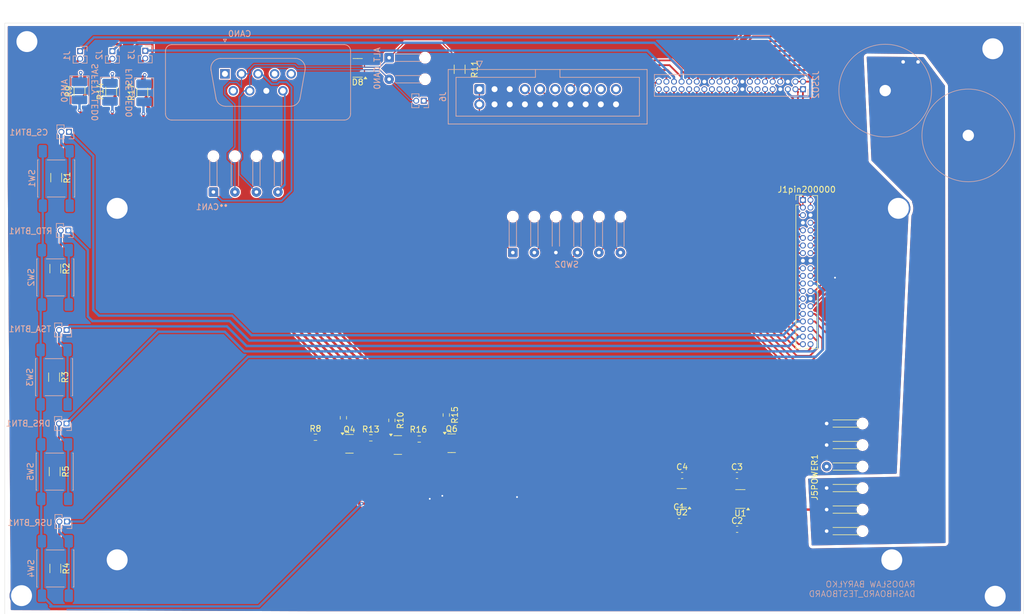
<source format=kicad_pcb>
(kicad_pcb (version 20241229) (generator "pcbnew") (generator_version "9.0")
  (layers (0 "F.Cu" signal) (2 "B.Cu" signal) (13 "F.Paste" user) (15 "B.Paste" user) (5 "F.SilkS" user "F.Silkscreen") (7 "B.SilkS" user "B.Silkscreen") (1 "F.Mask" user) (3 "B.Mask" user) (25 "Edge.Cuts" user))
  (net 0 "")
  (net 1 "/CAN/CAN_N")
  (net 2 "/CAN/CAN_P")
  (net 3 "/LED_1")
  (net 4 "/SOCKETS_2X20/PA5")
  (net 5 "GND")
  (net 6 "+3.3V")
  (net 7 "+5V")
  (net 8 "/CAN/CAN_GND")
  (net 9 "/CAN/CAN_VDD")
  (net 10 "/SOCKETS_2X20/PB0")
  (net 11 "/BUTTON_1")
  (net 12 "/BUTTON_5")
  (net 13 "/SOCKETS_2X20/PA3")
  (net 14 "/SOCKETS_2X20/PH4")
  (net 15 "/LED_2")
  (net 16 "/SOCKETS_2X20/PB7")
  (net 17 "/SOCKETS_2X20/PA11")
  (net 18 "/SOCKETS_2X20/PB6")
  (net 19 "/SOCKETS_2X20/PA8")
  (net 20 "/SOCKETS_2X20/PG3")
  (net 21 "/SOCKETS_2X20/PA4")
  (net 22 "/SOCKETS_2X20/PC7")
  (net 23 "/SOCKETS_2X20/PG9")
  (net 24 "/SOCKETS_2X20/PA15")
  (net 25 "/SOCKETS_2X20/PH5")
  (net 26 "/SOCKETS_2X20/PG2")
  (net 27 "/SOCKETS_2X20/P15")
  (net 28 "/SOCKETS_2X20/PA6")
  (net 29 "/SOCKETS_2X20/PA10")
  (net 30 "/SOCKETS_2X20/PA7")
  (net 31 "/SOCKETS_2X20/PA12")
  (net 32 "/SOCKETS_2X20/PB15")
  (net 33 "/SOCKETS_2X20/P10")
  (net 34 "/SOCKETS_2X20/PE40")
  (net 35 "/SOCKETS_2X20/PG4")
  (net 36 "/SOCKETS_2X20/<NO NET>")
  (net 37 "/SOCKETS_2X20/PB10")
  (net 38 "/SOCKETS_2X20/PG10")
  (net 39 "/SOCKETS_2X20/PH11")
  (net 40 "/SOCKETS_2X20/PB2")
  (net 41 "/SOCKETS_2X20/VCC")
  (net 42 "/SOCKETS_2X20/PB1")
  (net 43 "/SOCKETS_2X20/P14")
  (net 44 "/SOCKETS_2X20/PB5")
  (net 45 "/POWER/POWER1")
  (net 47 "Net-(U1-BP)")
  (net 48 "Net-(U2-BP)")
  (net 49 "/BUTTON_2")
  (net 50 "/BUTTON_3")
  (net 51 "/BUTTON_4")
  (net 52 "/LED_3")
  (net 53 "Net-(Q4-G)")
  (net 54 "Net-(Q5-G)")
  (net 55 "Net-(Q6-G)")
  (net 56 "/SWD/SWD_SW_DIO")
  (net 57 "/SWD/SWD_SWO")
  (net 58 "/SWD/SWD_VCC_+3.3V")
  (net 59 "/SWD/SWD_RST")
  (net 60 "Net-(TERM_1-Pin_1)")
  (net 65 "Net-(AMS0-A)")
  (net 66 "Net-(AMS0-K)")
  (net 67 "Net-(FUSE_LED0-A)")
  (net 68 "Net-(FUSE_LED0-K)")
  (net 69 "Net-(Q5-D)")
  (net 70 "Net-(SAFETY_LED0-A)")
  (net 71 "/SWD/SWD_SW_CLK")
  (footprint "Resistor_SMD:R_0603_1608Metric" (layer "F.Cu") (at 159.4375 95.6)
    (property "Reference" "R16")
    (property "Value" "10k")
  )
  (footprint "Package_TO_SOT_SMD:SOT-23-3" (layer "F.Cu") (at 149.1375 33.5 180)
    (property "Reference" "D8")
    (property "Value" "PESD2CAN.215")
  )
  (footprint "Resistor_SMD:R_1206_3216Metric" (layer "F.Cu") (at 102.6 37.4375 90)
    (property "Reference" "R9")
    (property "Value" "150")
  )
  (footprint "Package_TO_SOT_SMD:SOT-23" (layer "F.Cu") (at 147.7625 96.4)
    (property "Reference" "Q4")
    (property "Value" "BSS138")
  )
  (footprint "Resistor_SMD:R_1206_3216Metric" (layer "F.Cu") (at 98.55 67.0875 -90)
    (property "Reference" "R2")
    (property "Value" "1K")
  )
  (footprint "Resistor_SMD:R_1206_3216Metric" (layer "F.Cu") (at 166.2 33.7375 -90)
    (property "Reference" "R11")
    (property "Value" "120")
  )
  (footprint "Resistor_SMD:R_1206_3216Metric" (layer "F.Cu") (at 98.35 85.25 -90)
    (property "Reference" "R3")
    (property "Value" "1K")
  )
  (footprint "Resistor_SMD:R_1206_3216Metric" (layer "F.Cu") (at 98.7 51.8625 -90)
    (property "Reference" "R1")
    (property "Value" "1K")
  )
  (footprint "Connector_Wire:SolderWire-0.1sqmm_1x06_P3.6mm_D0.4mm_OD1mm_Relief" (layer "F.Cu") (at 227.6 111 90)
    (property "Reference" "J5POWER1")
    (property "Value" "Conn_01x06_MountingPin")
  )
  (footprint "Capacitor_SMD:C_0603_1608Metric" (layer "F.Cu") (at 203.425 101.7)
    (property "Reference" "C4")
    (property "Value" "10n")
  )
  (footprint "Package_TO_SOT_SMD:SOT-23-5" (layer "F.Cu") (at 203.3625 105.45 180)
    (property "Reference" "U2")
    (property "Value" "SPX3819M5-L-3-3")
  )
  (footprint "Capacitor_SMD:C_0603_1608Metric" (layer "F.Cu") (at 202.925 108.4)
    (property "Reference" "C1")
    (property "Value" "2u")
  )
  (footprint "Resistor_SMD:R_0603_1608Metric" (layer "F.Cu") (at 146.75 92.04 -90)
    (property "Reference" "R7" (hide yes))
    (property "Value" "100R")
  )
  (footprint "Package_TO_SOT_SMD:SOT-23" (layer "F.Cu") (at 164.8625 96.3)
    (property "Reference" "Q6")
    (property "Value" "BSS138")
  )
  (footprint "Resistor_SMD:R_1206_3216Metric" (layer "F.Cu") (at 113.1 37.58125 90)
    (property "Reference" "R17")
    (property "Value" "150")
  )
  (footprint "Connector_PinHeader_1.27mm:PinHeader_2x20_P1.27mm_Vertical" (layer "F.Cu") (at 223.63 55.6)
    (property "Reference" "J1pin200000")
    (property "Value" "Conn_02x20_Top_Bottom_MountingPin")
  )
  (footprint "Package_TO_SOT_SMD:SOT-23" (layer "F.Cu") (at 155.8625 96.6)
    (property "Reference" "Q5" (hide yes))
    (property "Value" "BSS138")
  )
  (footprint "Resistor_SMD:R_0603_1608Metric" (layer "F.Cu") (at 151.3375 95.4)
    (property "Reference" "R13")
    (property "Value" "10k")
  )
  (footprint "Capacitor_SMD:C_0603_1608Metric" (layer "F.Cu") (at 212.625 110.7)
    (property "Reference" "C2")
    (property "Value" "2u")
  )
  (footprint "Resistor_SMD:R_0603_1608Metric" (layer "F.Cu") (at 142.075 95.3)
    (property "Reference" "R8")
    (property "Value" "10k")
  )
  (footprint "Resistor_SMD:R_1206_3216Metric" (layer "F.Cu") (at 98.45 101.0375 -90)
    (property "Reference" "R5")
    (property "Value" "1K")
  )
  (footprint "Resistor_SMD:R_1206_3216Metric" (layer "F.Cu") (at 107.9 37.4375 90)
    (property "Reference" "R14")
    (property "Value" "150")
  )
  (footprint "Resistor_SMD:R_0603_1608Metric" (layer "F.Cu") (at 154.8625 92.475 -90)
    (property "Reference" "R10")
    (property "Value" "100R")
  )
  (footprint "Resistor_SMD:R_1206_3216Metric" (layer "F.Cu") (at 98.55 117.25 -90)
    (property "Reference" "R4")
    (property "Value" "1K")
  )
  (footprint "Package_TO_SOT_SMD:SOT-23-5" (layer "F.Cu") (at 213.1625 105.625 180)
    (property "Reference" "U1")
    (property "Value" "SPX3819M5-L-5-0")
  )
  (footprint "Resistor_SMD:R_0603_1608Metric" (layer "F.Cu") (at 163.9625 91.575 -90)
    (property "Reference" "R15")
    (property "Value" "100R")
  )
  (footprint "Capacitor_SMD:C_0603_1608Metric" (layer "F.Cu") (at 212.6 101.7)
    (property "Reference" "C3")
    (property "Value" "10n")
  )
  (footprint "Button_Switch_SMD:SW_Push_1P1T_NO_E-Switch_TL3301NxxxxxG" (layer "B.Cu") (at 98.55 68.55 -90)
    (property "Reference" "SW2")
    (property "Value" "SW_Push")
  )
  (footprint "Connector_PinHeader_1.27mm:PinHeader_1x02_P1.27mm_Vertical" (layer "B.Cu") (at 108.1 30.7 180)
    (property "Reference" "J2")
    (property "Value" "Conn_01x02_Pin")
  )
  (footprint "LED_SMD:LED_PLCC-2_3.4x3.0mm_AK" (layer "B.Cu") (at 102.6 37.3375 -90)
    (property "Reference" "AMS0")
    (property "Value" "Yellow")
  )
  (footprint "Connector_PinHeader_1.27mm:PinHeader_1x02_P1.27mm_Vertical" (layer "B.Cu") (at 113.6 30.64375 180)
    (property "Reference" "J3")
    (property "Value" "Conn_01x02_Pin")
  )
  (footprint "Connector_PinHeader_1.27mm:PinHeader_2x20_P1.27mm_Vertical" (layer "B.Cu") (at 223.65 37.07 90)
    (property "Reference" "J2SO2")
    (property "Value" "Conn_02x20_Top_Bottom_MountingPin")
  )
  (footprint "LED_SMD:LED_PLCC-2_3.4x3.0mm_AK" (layer "B.Cu") (at 113.4 37.68125 -90)
    (property "Reference" "FUSE_LED0")
    (property "Value" "Yellow")
  )
  (footprint "Button_Switch_SMD:SW_Push_1P1T_NO_E-Switch_TL3301NxxxxxG" (layer "B.Cu") (at 98.45 101.05 -90)
    (property "Reference" "SW5")
    (property "Value" "SW_Push")
  )
  (footprint "LED_SMD:LED_PLCC-2_3.4x3.0mm_AK" (layer "B.Cu") (at 107.7 37.575 -90)
    (property "Reference" "SAFETY_LED0")
    (property "Value" "Yellow")
  )
  (footprint "Button_Switch_SMD:SW_Push_1P1T_NO_E-Switch_TL3301NxxxxxG" (layer "B.Cu") (at 98.7 52 -90)
    (property "Reference" "SW1")
    (property "Value" "SW_Push")
  )
  (footprint "Connector_PinHeader_1.27mm:PinHeader_1x02_P1.27mm_Vertical" (layer "B.Cu") (at 100.5 109.4 90)
    (property "Reference" "USR_BTN1")
    (property "Value" "Conn_01x02_Pin")
  )
  (footprint "Connector_IDC:IDC-Header_2x10_P2.54mm_Vertical" (layer "B.Cu") (at 169.5 37.06 -90)
    (property "Reference" "J6")
    (property "Value" "Conn_02x10_Odd_Even")
  )
  (footprint "Button_Switch_SMD:SW_Push_1P1T_NO_E-Switch_TL3301NxxxxxG" (layer "B.Cu") (at 98.55 117.25 -90)
    (property "Reference" "SW4")
    (property "Value" "SW_Push")
  )
  (footprint "Connector_PinHeader_1.27mm:PinHeader_1x02_P1.27mm_Vertical" (layer "B.Cu") (at 100.835 44.2 90)
    (property "Reference" "CS_BTN1")
    (property "Value" "Conn_01x02_Pin")
  )
  (footprint "footprints:PJ3253" (layer "B.Cu") (at 251.3 47.3 180)
    (property "Reference" "J5" (hide yes))
    (property "Value" "Conn_01x01")
  )
  (footprint "Connector_PinHeader_1.27mm:PinHeader_1x02_P1.27mm_Vertical" (layer "B.Cu") (at 100.435 93 90)
    (property "Reference" "DRS_BTN1")
    (property "Value" "Conn_01x02_Pin")
  )
  (footprint "Connector_PinHeader_1.27mm:PinHeader_1x02_P1.27mm_Vertical" (layer "B.Cu") (at 102.7 30.7 180)
    (property "Reference" "J1")
    (property "Value" "Conn_01x02_Pin")
  )
  (footprint "Button_Switch_SMD:SW_Push_1P1T_NO_E-Switch_TL3301NxxxxxG" (layer "B.Cu") (at 98.35 85.25 -90)
    (property "Reference" "SW3")
    (property "Value" "SW_Push")
  )
  (footprint "Connector_Dsub:DSUB-9_Socket_Vertical_P2.77x2.84mm" (layer "B.Cu") (at 126.93 34.5 180)
    (property "Reference" "CAN0")
    (property "Value" "Conn_01x09")
  )
  (footprint "Connector_Wire:SolderWire-0.1sqmm_1x04_P3.6mm_D0.4mm_OD1mm_Relief" (layer "B.Cu") (at 125 54.275)
    (property "Reference" "CAN1")
    (property "Value" "Conn_01x04_MountingPin")
  )
  (footprint "Connector_PinHeader_1.27mm:PinHeader_1x02_P1.27mm_Vertical" (layer "B.Cu") (at 100.45 77.35 90)
    (property "Reference" "TSA_BTN1")
    (property "Value" "Conn_01x02_Pin")
  )
  (footprint "Connector_PinHeader_1.27mm:PinHeader_1x02_P1.27mm_Vertical" (layer "B.Cu") (at 160.2 39 90)
    (property "Reference" "TERM_1" (hide yes))
    (property "Value" "Conn_01x02_Pin")
  )
  (footprint "Connector_PinHeader_1.27mm:PinHeader_1x02_P1.27mm_Vertical" (layer "B.Cu") (at 100.735 60.7 90)
    (property "Reference" "RTD_BTN1")
    (property "Value" "Conn_01x02_Pin")
  )
  (footprint "Connector_Wire:SolderWire-0.1sqmm_1x06_P3.6mm_D0.4mm_OD1mm_Relief" (layer "B.Cu") (at 175.1 64.4)
    (property "Reference" "SWD2")
    (property "Value" "Conn_01x06_MountingPin")
  )
  (footprint "Connector_Wire:SolderWire-0.1sqmm_1x02_P3.6mm_D0.4mm_OD1mm_Relief" (layer "B.Cu") (at 154.4 31.8 -90)
    (property "Reference" "ALT_CAN0")
    (property "Value" "Conn_01x02_Pin")
  )
  (footprint "footprints:PJ3253" (layer "B.Cu") (at 237.4 39.8 180)
    (property "Reference" "J4" (hide yes))
    (property "Value" "Conn_01x01")
  )
  (gr_rect (start 90.1 26) (end 260.6 124.9) (stroke (width 0.05)) (fill no) (layer "Edge.Cuts"))
  (gr_text "RADOSŁAW BARYŁKO\nDASHBOARD_TESTBOARD" (at 242.5 122.1 0) (layer "B.SilkS") (effects (font (size 1 1) (thickness 0.1)) (justify left bottom mirror)))
  (gr_text ".." (at 125.8 56.8 0) (layer "B.SilkS") (effects (font (size 1.5 1.5) (thickness 0.3) (bold yes)) (justify left bottom)))
  (segment (start 150.3 33.375) (end 150.275 33.35) (width 0.2) (layer "F.Cu") (net 1))
  (segment (start 163.125 29.2) (end 157 29.2) (width 0.2) (layer "F.Cu") (net 1))
  (segment (start 166.2 32.275) (end 163.125 29.2) (width 0.2) (layer "F.Cu") (net 1))
  (segment (start 152.825 33.375) (end 150.3 33.375) (width 0.2) (layer "F.Cu") (net 1))
  (segment (start 157 29.2) (end 154.4 31.8) (width 0.2) (layer "F.Cu") (net 1))
  (segment (start 154.4 31.8) (end 152.825 33.375) (width 0.2) (layer "F.Cu") (net 1))
  (segment (start 150.275 33.35) (end 150.275 32.55) (width 0.2) (layer "F.Cu") (net 1))
  (segment (start 129.7 36.743686) (end 129.7 34.5) (width 0.2) (layer "B.Cu") (net 1))
  (segment (start 126.914 37.920314) (end 126.914 36.759686) (width 0.2) (layer "B.Cu") (net 1))
  (segment (start 128.6 49.376) (end 128.143951 49.376) (width 0.2) (layer "B.Cu") (net 1))
  (segment (start 152.825001 33.374999) (end 139.078417 33.374999) (width 0.2) (layer "B.Cu") (net 1))
  (segment (start 130.91902 34.347781) (end 130.766801 34.5) (width 0.2) (layer "B.Cu") (net 1))
  (segment (start 131.827562 32.94902) (end 130.91902 33.857562) (width 0.2) (layer "B.Cu") (net 1))
  (segment (start 128.6 54.275) (end 128.6 49.376) (width 0.2) (layer "B.Cu") (net 1))
  (segment (start 128.143951 49.376) (end 127.499 48.731049) (width 0.2) (layer "B.Cu") (net 1))
  (segment (start 130.91902 33.857562) (end 130.91902 34.347781) (width 0.2) (layer "B.Cu") (net 1))
  (segment (start 154.4 31.8) (end 152.825001 33.374999) (width 0.2) (layer "B.Cu") (net 1))
  (segment (start 127.499 47.818951) (end 128.6 46.717951) (width 0.2) (layer "B.Cu") (net 1))
  (segment (start 127.734686 35.939) (end 128.895314 35.939) (width 0.2) (layer "B.Cu") (net 1))
  (segment (start 127.499 48.731049) (end 127.499 47.818951) (width 0.2) (layer "B.Cu") (net 1))
  (segment (start 139.078417 33.374999) (end 138.652438 32.94902) (width 0.2) (layer "B.Cu") (net 1))
  (segment (start 128.6 46.717951) (end 128.6 39.606314) (width 0.2) (layer "B.Cu") (net 1))
  (segment (start 138.652438 32.94902) (end 131.827562 32.94902) (width 0.2) (layer "B.Cu") (net 1))
  (segment (start 128.6 39.606314) (end 126.914 37.920314) (width 0.2) (layer "B.Cu") (net 1))
  (segment (start 128.895314 35.939) (end 129.7 36.743686) (width 0.2) (layer "B.Cu") (net 1))
  (segment (start 130.766801 34.5) (end 129.7 34.5) (width 0.2) (layer "B.Cu") (net 1))
  (segment (start 126.914 36.759686) (end 127.734686 35.939) (width 0.2) (layer "B.Cu") (net 1))
  (segment (start 150.275 34.45) (end 150.275 33.85) (width 0.2) (layer "F.Cu") (net 2))
  (segment (start 154.4 35.4) (end 152.825 33.825) (width 0.2) (layer "F.Cu") (net 2))
  (segment (start 152.825 33.825) (end 150.3 33.825) (width 0.2) (layer "F.Cu") (net 2))
  (segment (start 150.275 33.85) (end 150.3 33.825) (width 0.2) (layer "F.Cu") (net 2))
  (segment (start 138.46605 33.399) (end 132.01395 33.399) (width 0.2) (layer "B.Cu") (net 2))
  (segment (start 131.085 34.818199) (end 131.085 37.34) (width 0.2) (layer "B.Cu") (net 2))
  (segment (start 130.194975 37.34) (end 131.085 37.34) (width 0.2) (layer "B.Cu") (net 2))
  (segment (start 129.3 51.375) (end 129.3 49.132049) (width 0.2) (layer "B.Cu") (net 2))
  (segment (start 154.4 35.4) (end 158 39) (width 0.2) (layer "B.Cu") (net 2))
  (segment (start 131.369 34.04395) (end 131.369 34.534199) (width 0.2) (layer "B.Cu") (net 2))
  (segment (start 131.369 34.534199) (end 131.085 34.818199) (width 0.2) (layer "B.Cu") (net 2))
  (segment (start 129.716 37.920314) (end 129.716 37.818975) (width 0.2) (layer "B.Cu") (net 2))
  (segment (start 129.3 47.417951) (end 129.3 38.336314) (width 0.2) (layer "B.Cu") (net 2))
  (segment (start 132.2 54.275) (end 129.3 51.375) (width 0.2) (layer "B.Cu") (net 2))
  (segment (start 129.3 38.336314) (end 129.716 37.920314) (width 0.2) (layer "B.Cu") (net 2))
  (segment (start 129.701 48.731049) (end 129.701 47.818951) (width 0.2) (layer "B.Cu") (net 2))
  (segment (start 152.825001 33.825001) (end 138.892051 33.825001) (width 0.2) (layer "B.Cu") (net 2))
  (segment (start 158 39) (end 158.93 39) (width 0.2) (layer "B.Cu") (net 2))
  (segment (start 129.716 37.818975) (end 130.194975 37.34) (width 0.2) (layer "B.Cu") (net 2))
  (segment (start 132.01395 33.399) (end 131.369 34.04395) (width 0.2) (layer "B.Cu") (net 2))
  (segment (start 138.892051 33.825001) (end 138.46605 33.399) (width 0.2) (layer "B.Cu") (net 2))
  (segment (start 154.4 35.4) (end 152.825001 33.825001) (width 0.2) (layer "B.Cu") (net 2))
  (segment (start 129.3 49.132049) (end 129.701 48.731049) (width 0.2) (layer "B.Cu") (net 2))
  (segment (start 129.701 47.818951) (end 129.3 47.417951) (width 0.2) (layer "B.Cu") (net 2))
  (segment (start 101.024 40.448264) (end 101.024 33.646) (width 0.4) (layer "F.Cu") (net 3))
  (segment (start 101.024 33.646) (end 102.7 31.97) (width 0.4) (layer "F.Cu") (net 3))
  (segment (start 147.799 87.223264) (end 101.024 40.448264) (width 0.4) (layer "F.Cu") (net 3))
  (segment (start 146.75 90.549) (end 147.799 89.5) (width 0.4) (layer "F.Cu") (net 3))
  (segment (start 146.75 91.215) (end 146.75 90.549) (width 0.4) (layer "F.Cu") (net 3))
  (segment (start 147.799 89.5) (end 147.799 87.223264) (width 0.4) (layer "F.Cu") (net 3))
  (segment (start 222.922894 58.14) (end 222.001 57.218106) (width 0.3) (layer "F.Cu") (net 4))
  (segment (start 223.63 58.14) (end 222.922894 58.14) (width 0.3) (layer "F.Cu") (net 4))
  (segment (start 222.001 57.218106) (end 222.001 38.668106) (width 0.3) (layer "F.Cu") (net 4))
  (segment (start 222.001 38.668106) (end 221.11 37.777106) (width 0.3) (layer "F.Cu") (net 4))
  (segment (start 221.11 37.777106) (end 221.11 37.07) (width 0.3) (layer "F.Cu") (net 4))
  (segment (start 224.851 35.302529) (end 224.851 38.271) (width 0.4) (layer "B.Cu") (net 4))
  (segment (start 221.11 37.71) (end 221.11 37.07) (width 0.4) (layer "B.Cu") (net 4))
  (segment (start 217.948471 28.4) (end 224.851 35.302529) (width 0.4) (layer "B.Cu") (net 4))
  (segment (start 221.671 38.271) (end 221.11 37.71) (width 0.4) (layer "B.Cu") (net 4))
  (segment (start 224.851 38.271) (end 221.671 38.271) (width 0.4) (layer "B.Cu") (net 4))
  (segment (start 102.7 30.7) (end 105 28.4) (width 0.4) (layer "B.Cu") (net 4))
  (segment (start 105 28.4) (end 217.948471 28.4) (width 0.4) (layer "B.Cu") (net 4))
  (segment (start 213.2365 105.057388) (end 213.804112 105.625) (width 0.4) (layer "F.Cu") (net 5))
  (segment (start 213.637501 105.625) (end 214.3 105.625) (width 0.4) (layer "F.Cu") (net 5))
  (segment (start 203.7 108.4) (end 203.4365 108.1365) (width 0.4) (layer "F.Cu") (net 5))
  (segment (start 223.63 65.76) (end 224.9 65.76) (width 0.2) (layer "F.Cu") (net 5))
  (segment (start 213.2365 101.8385) (end 213.2365 105.057388) (width 0.4) (layer "F.Cu") (net 5))
  (segment (start 203.4365 105.048999) (end 203.837501 105.45) (width 0.4) (layer "F.Cu") (net 5))
  (segment (start 213.804112 105.625) (end 214.3 105.625) (width 0.4) (layer "F.Cu") (net 5))
  (segment (start 213.49 35.8) (end 213.49 37.07) (width 0.2) (layer "F.Cu") (net 5))
  (segment (start 213.2365 106.026001) (end 213.637501 105.625) (width 0.4) (layer "F.Cu") (net 5))
  (segment (start 183.401 40.801) (end 182.2 39.6) (width 0.2) (layer "F.Cu") (net 5))
  (segment (start 213.2365 110.5365) (end 213.2365 106.026001) (width 0.4) (layer "F.Cu") (net 5))
  (segment (start 203.4365 105.851001) (end 203.837501 105.45) (width 0.4) (layer "F.Cu") (net 5))
  (segment (start 203.837501 105.45) (end 204.5 105.45) (width 0.4) (layer "F.Cu") (net 5))
  (segment (start 203.4365 108.1365) (end 203.4365 105.851001) (width 0.4) (layer "F.Cu") (net 5))
  (segment (start 203.4365 102.4635) (end 203.4365 105.048999) (width 0.4) (layer "F.Cu") (net 5))
  (segment (start 182.3 64.4) (end 183.401 63.299) (width 0.2) (layer "F.Cu") (net 5))
  (segment (start 204.2 101.7) (end 203.4365 102.4635) (width 0.4) (layer "F.Cu") (net 5))
  (segment (start 223.63 59.41) (end 223.67 59.37) (width 0.2) (layer "F.Cu") (net 5))
  (segment (start 213.4 110.7) (end 213.2365 110.5365) (width 0.4) (layer "F.Cu") (net 5))
  (segment (start 219.84 37.07) (end 221.11 35.8) (width 0.2) (layer "F.Cu") (net 5))
  (segment (start 213.375 101.7) (end 213.2365 101.8385) (width 0.4) (layer "F.Cu") (net 5))
  (segment (start 224.9 58.14) (end 223.63 59.41) (width 0.2) (layer "F.Cu") (net 5))
  (segment (start 183.401 63.299) (end 183.401 40.801) (width 0.2) (layer "F.Cu") (net 5))
  (via (at 108.9 57) (size 4) (drill 3.5) (layers "F.Cu" "B.Cu") (net 5))
  (via (at 93.8 29.1) (size 4) (drill 3.5) (layers "F.Cu" "B.Cu") (net 5))
  (via (at 92.9 121.8) (size 4) (drill 3.5) (layers "F.Cu" "B.Cu") (net 5))
  (via (at 255.4 30.3) (size 4) (drill 3.5) (layers "F.Cu" "B.Cu") (net 5))
  (via (at 161.2 105.6) (size 0.6) (drill 0.3) (layers "F.Cu" "B.Cu") (net 5))
  (via (at 108.9 115.8) (size 4) (drill 3.5) (layers "F.Cu" "B.Cu") (net 5))
  (via (at 255.8 121.9) (size 4) (drill 3.5) (layers "F.Cu" "B.Cu") (net 5))
  (via (at 163.3 105.1) (size 0.6) (drill 0.3) (layers "F.Cu" "B.Cu") (net 5))
  (via (at 175.8 105.3) (size 0.6) (drill 0.3) (layers "F.Cu" "B.Cu") (net 5))
  (via (at 238.5 115.8) (size 4) (drill 3.5) (layers "F.Cu" "B.Cu") (net 5))
  (via (at 229 68.6) (size 0.6) (drill 0.3) (layers "F.Cu" "B.Cu") (net 5))
  (via (at 239.6 57) (size 4) (drill 3.5) (layers "F.Cu" "B.Cu") (net 5))
  (segment (start 224.9 65.76) (end 225.701 64.959) (width 0.2) (layer "B.Cu") (net 5))
  (segment (start 220.309 34.999) (end 221.11 35.8) (width 0.2) (layer "B.Cu") (net 5))
  (segment (start 225.701 58.941) (end 224.9 58.14) (width 0.2) (layer "B.Cu") (net 5))
  (segment (start 214.291 34.999) (end 220.309 34.999) (width 0.2) (layer "B.Cu") (net 5))
  (segment (start 225.701 64.959) (end 225.701 58.941) (width 0.2) (layer "B.Cu") (net 5))
  (segment (start 213.49 35.8) (end 214.291 34.999) (width 0.2) (layer "B.Cu") (net 5))
  (segment (start 149.3125 106.4) (end 149.15625 106.24375) (width 0.4) (layer "F.Cu") (net 6))
  (segment (start 149.15625 106.24375) (end 150.5125 104.8875) (width 0.4) (layer "F.Cu") (net 6))
  (segment (start 149.8 106.4) (end 149.3125 106.4) (width 0.4) (layer "F.Cu") (net 6))
  (segment (start 202.225 106.4) (end 202.225 108.325) (width 0.4) (layer "F.Cu") (net 6))
  (segment (start 202.225 106.4) (end 175.5 106.4) (width 0.4) (layer "F.Cu") (net 6))
  (segment (start 149.15625 106.24375) (end 141.25 98.3375) (width 0.4) (layer "F.Cu") (net 6))
  (segment (start 202.225 106.4) (end 149.8 106.4) (width 0.4) (layer "F.Cu") (net 6))
  (segment (start 150.5125 104.8875) (end 150.5125 95.4) (width 0.4) (layer "F.Cu") (net 6))
  (segment (start 150.5125 104.8875) (end 158.6125 96.7875) (width 0.4) (layer "F.Cu") (net 6))
  (segment (start 158.6125 96.7875) (end 158.6125 95.6) (width 0.4) (layer "F.Cu") (net 6))
  (segment (start 202.225 108.325) (end 202.15 108.4) (width 0.4) (layer "F.Cu") (net 6))
  (segment (start 202.225 106.4) (end 163.3125 106.4) (width 0.4) (layer "F.Cu") (net 6))
  (segment (start 141.25 98.3375) (end 141.25 95.3) (width 0.4) (layer "F.Cu") (net 6))
  (via (at 149.8 106.4) (size 0.6) (drill 0.3) (layers "F.Cu" "B.Cu") (net 6))
  (segment (start 96.3 112.4) (end 96.2 112.3) (width 0.4) (layer "B.Cu") (net 6))
  (segment (start 97.7 123.6) (end 97.9 123.6) (width 0.4) (layer "B.Cu") (net 6))
  (segment (start 96.3 73.1) (end 96.3 64) (width 0.4) (layer "B.Cu") (net 6))
  (segment (start 97.9 123.4) (end 96.3 121.8) (width 0.4) (layer "B.Cu") (net 6))
  (segment (start 96.2 113) (end 96.2 105.8) (width 0.4) (layer "B.Cu") (net 6))
  (segment (start 96.3 63.5) (end 96.45 63.35) (width 0.4) (layer "B.Cu") (net 6))
  (segment (start 96.3 64) (end 96.3 63.5) (width 0.4) (layer "B.Cu") (net 6))
  (segment (start 96.3 121.8) (end 96.3 112.7) (width 0.4) (layer "B.Cu") (net 6))
  (segment (start 96.45 63.35) (end 96.45 56.55) (width 0.4) (layer "B.Cu") (net 6))
  (segment (start 96.1 80.7) (end 96.1 73.3) (width 0.4) (layer "B.Cu") (net 6))
  (segment (start 96.2 105.6) (end 96.2 96.5) (width 0.4) (layer "B.Cu") (net 6))
  (segment (start 97.9 123.6) (end 132.6 123.6) (width 0.4) (layer "B.Cu") (net 6))
  (segment (start 96.1 73.3) (end 96.3 73.1) (width 0.4) (layer "B.Cu") (net 6))
  (segment (start 96.45 56.55) (end 96.45 47.45) (width 0.4) (layer "B.Cu") (net 6))
  (segment (start 96.1 96.3) (end 96.1 89.8) (width 0.4) (layer "B.Cu") (net 6))
  (segment (start 97.9 123.6) (end 97.9 123.4) (width 0.4) (layer "B.Cu") (net 6))
  (segment (start 96.1 89.8) (end 96.1 80.7) (width 0.4) (layer "B.Cu") (net 6))
  (segment (start 96.3 112.7) (end 96.3 112.4) (width 0.4) (layer "B.Cu") (net 6))
  (segment (start 132.6 123.6) (end 149.8 106.4) (width 0.4) (layer "B.Cu") (net 6))
  (segment (start 204.675 106.575) (end 204.5 106.4) (width 0.4) (layer "F.Cu") (net 7))
  (segment (start 205.8 105.595888) (end 205.8 105) (width 0.4) (layer "F.Cu") (net 7))
  (segment (start 114.801 29.44275) (end 114.801 37.34275) (width 0.4) (layer "F.Cu") (net 7))
  (segment (start 109.476 29.674) (end 109.476 37.324) (width 0.4) (layer "F.Cu") (net 7))
  (segment (start 107.8375 38.9625) (end 107.9 38.9) (width 0.4) (layer "F.Cu") (net 7))
  (segment (start 205.3 104.5) (end 204.5 104.5) (width 0.4) (layer "F.Cu") (net 7))
  (segment (start 204.5 106.4) (end 204.995888 106.4) (width 0.4) (layer "F.Cu") (net 7))
  (segment (start 107.9 38.9) (end 108.1 38.9) (width 0.4) (layer "F.Cu") (net 7))
  (segment (start 110.623 31.21875) (end 112.399 29.44275) (width 0.4) (layer "F.Cu") (net 7))
  (segment (start 108.1 38.9) (end 108.3 39.1) (width 0.4) (layer "F.Cu") (net 7))
  (segment (start 211.85 110.7) (end 211.85 106.75) (width 0.4) (layer "F.Cu") (net 7))
  (segment (start 156.565483 87.775617) (end 155.979378 87.189514) (width 0.4) (layer "F.Cu") (net 7))
  (segment (start 112.399 29.44275) (end 114.801 29.44275) (width 0.4) (layer "F.Cu") (net 7))
  (segment (start 114.3 40.24375) (end 113.1 39.04375) (width 0.4) (layer "F.Cu") (net 7))
  (segment (start 212.025 106.575) (end 207.7 106.575) (width 0.4) (layer "F.Cu") (net 7))
  (segment (start 106.899 29.499) (end 109.301 29.499) (width 0.4) (layer "F.Cu") (net 7))
  (segment (start 207.7 106.575) (end 204.675 106.575) (width 0.4) (layer "F.Cu") (net 7))
  (segment (start 109.301 29.499) (end 109.476 29.674) (width 0.4) (layer "F.Cu") (net 7))
  (segment (start 192.989796 88.699) (end 157.488866 88.699) (width 0.4) (layer "F.Cu") (net 7))
  (segment (start 211.85 106.75) (end 212.025 106.575) (width 0.4) (layer "F.Cu") (net 7))
  (segment (start 114.3 46.079028) (end 114.3 40.24375) (width 0.4) (layer "F.Cu") (net 7))
  (segment (start 205.8 105) (end 205.3 104.5) (width 0.4) (layer "F.Cu") (net 7))
  (segment (start 114.801 37.34275) (end 113.1 39.04375) (width 0.4) (layer "F.Cu") (net 7))
  (segment (start 104.176 37.324) (end 104.176 32.222) (width 0.4) (layer "F.Cu") (net 7))
  (segment (start 204.995888 106.4) (end 205.8 105.595888) (width 0.4) (layer "F.Cu") (net 7))
  (segment (start 110.623 36.177) (end 110.623 31.21875) (width 0.4) (layer "F.Cu") (net 7))
  (segment (start 107.9 38.9) (end 110.623 36.177) (width 0.4) (layer "F.Cu") (net 7))
  (segment (start 157.488866 88.699) (end 156.565483 87.775617) (width 0.4) (layer "F.Cu") (net 7))
  (segment (start 207.7 103.409204) (end 192.989796 88.699) (width 0.4) (layer "F.Cu") (net 7))
  (segment (start 102.6 38.9) (end 104.176 37.324) (width 0.4) (layer "F.Cu") (net 7))
  (segment (start 207.7 106.575) (end 207.7 103.409204) (width 0.4) (layer "F.Cu") (net 7))
  (segment (start 155.410486 87.189514) (end 114.3 46.079028) (width 0.4) (layer "F.Cu") (net 7))
  (segment (start 104.176 32.222) (end 106.899 29.499) (width 0.4) (layer "F.Cu") (net 7))
  (segment (start 109.476 37.324) (end 107.9 38.9) (width 0.4) (layer "F.Cu") (net 7))
  (segment (start 155.979378 87.189514) (end 155.410486 87.189514) (width 0.4) (layer "F.Cu") (net 7))
  (segment (start 125 54.275) (end 126.451 55.726) (width 0.3) (layer "B.Cu") (net 8))
  (segment (start 138.076 54.051024) (end 138.076 36.738976) (width 0.3) (layer "B.Cu") (net 8))
  (segment (start 133.067024 34.5) (end 132.47 34.5) (width 0.3) (layer "B.Cu") (net 8))
  (segment (start 134.767024 36.2) (end 133.067024 34.5) (width 0.3) (layer "B.Cu") (net 8))
  (segment (start 136.401024 55.726) (end 138.076 54.051024) (width 0.3) (layer "B.Cu") (net 8))
  (segment (start 137.226024 35.889) (end 136.023976 35.889) (width 0.3) (layer "B.Cu") (net 8))
  (segment (start 126.451 55.726) (end 136.401024 55.726) (width 0.3) (layer "B.Cu") (net 8))
  (segment (start 136.023976 35.889) (end 135.712976 36.2) (width 0.3) (layer "B.Cu") (net 8))
  (segment (start 138.076 36.738976) (end 137.226024 35.889) (width 0.3) (layer "B.Cu") (net 8))
  (segment (start 135.712976 36.2) (end 134.767024 36.2) (width 0.3) (layer "B.Cu") (net 8))
  (segment (start 136.901 53.074) (end 136.951 53.024) (width 0.3) (layer "B.Cu") (net 9))
  (segment (start 135.7 54.275) (end 136.901 53.074) (width 0.4) (layer "B.Cu") (net 9))
  (segment (start 136.951 53.024) (end 136.951 37.666) (width 0.3) (layer "B.Cu") (net 9))
  (segment (start 136.951 37.666) (end 136.625 37.34) (width 0.3) (layer "B.Cu") (net 9))
  (segment (start 136.901 37.616) (end 136.625 37.34) (width 0.4) (layer "B.Cu") (net 9))
  (segment (start 216.514894 68.68871) (end 216.514895 67.390712) (width 0.3) (layer "F.Cu") (net 10))
  (segment (start 219.759269 72.61916) (end 219.759269 71.933086) (width 0.3) (layer "F.Cu") (net 10))
  (segment (start 216.514895 67.390712) (end 212.39 63.265816) (width 0.3) (layer "F.Cu") (net 10))
  (segment (start 212.39 63.265816) (end 212.39 49.017858) (width 0.3) (layer "F.Cu") (net 10))
  (segment (start 203.33 39.957858) (end 203.33 37.07) (width 0.3) (layer "F.Cu") (net 10))
  (segment (start 223.63 75.92) (end 223.060108 75.92) (width 0.3) (layer "F.Cu") (net 10))
  (segment (start 219.759269 71.933086) (end 216.514894 68.68871) (width 0.3) (layer "F.Cu") (net 10))
  (segment (start 212.39 49.017858) (end 203.33 39.957858) (width 0.3) (layer "F.Cu") (net 10))
  (segment (start 223.060108 75.92) (end 219.759269 72.61916) (width 0.3) (layer "F.Cu") (net 10))
  (segment (start 220.326794 78.228) (end 222.634794 75.92) (width 0.4) (layer "B.Cu") (net 10))
  (segment (start 100.835 44.2) (end 104.901 48.266) (width 0.4) (layer "B.Cu") (net 10))
  (segment (start 105.848001 74.948001) (end 128.120001 74.948001) (width 0.4) (layer "B.Cu") (net 10))
  (segment (start 128.120001 74.948001) (end 131.4 78.228) (width 0.4) (layer "B.Cu") (net 10))
  (segment (start 222.634794 75.92) (end 223.63 75.92) (width 0.4) (layer "B.Cu") (net 10))
  (segment (start 104.900999 74.000999) (end 105.848001 74.948001) (width 0.4) (layer "B.Cu") (net 10))
  (segment (start 104.901 48.266) (end 104.900999 74.000999) (width 0.4) (layer "B.Cu") (net 10))
  (segment (start 131.4 78.228) (end 220.326794 78.228) (width 0.4) (layer "B.Cu") (net 10))
  (segment (start 98.7 50.4) (end 99.565 49.535) (width 0.4) (layer "F.Cu") (net 11))
  (segment (start 99.565 49.535) (end 99.565 44.2) (width 0.4) (layer "F.Cu") (net 11))
  (segment (start 99.565 46.065) (end 99.565 44.2) (width 0.4) (layer "B.Cu") (net 11))
  (segment (start 100.95 47.45) (end 99.565 46.065) (width 0.4) (layer "B.Cu") (net 11))
  (segment (start 100.95 47.45) (end 100.95 56.55) (width 0.4) (layer "B.Cu") (net 11))
  (segment (start 99.165 98.86) (end 99.165 93) (width 0.4) (layer "F.Cu") (net 12))
  (segment (start 98.45 99.575) (end 99.165 98.86) (width 0.4) (layer "F.Cu") (net 12))
  (segment (start 99.165 94.965) (end 99.165 93) (width 0.4) (layer "B.Cu") (net 12))
  (segment (start 100.7 105.6) (end 100.7 96.5) (width 0.4) (layer "B.Cu") (net 12))
  (segment (start 100.7 96.5) (end 99.165 94.965) (width 0.4) (layer "B.Cu") (net 12))
  (segment (start 232.109 33.031926) (end 227.318059 28.241) (width 0.3) (layer "F.Cu") (net 13))
  (segment (start 224.9 70.84) (end 225.607106 70.84) (width 0.3) (layer "F.Cu") (net 13))
  (segment (start 215.261894 28.241) (end 208.41 35.092894) (width 0.3) (layer "F.Cu") (net 13))
  (segment (start 232.459 62.169246) (end 232.459 51.518214) (width 0.3) (layer "F.Cu") (net 13))
  (segment (start 232.109 51.168214) (end 232.109 33.031926) (width 0.3) (layer "F.Cu") (net 13))
  (segment (start 229.217945 67.229161) (end 229.217945 65.410302) (width 0.3) (layer "F.Cu") (net 13))
  (segment (start 208.41 35.092894) (end 208.41 35.8) (width 0.3) (layer "F.Cu") (net 13))
  (segment (start 232.459 51.518214) (end 232.109 51.168214) (width 0.3) (layer "F.Cu") (net 13))
  (segment (start 229.217945 65.410302) (end 232.459 62.169246) (width 0.3) (layer "F.Cu") (net 13))
  (segment (start 225.607106 70.84) (end 229.217945 67.229161) (width 0.3) (layer "F.Cu") (net 13))
  (segment (start 227.318059 28.241) (end 215.261894 28.241) (width 0.3) (layer "F.Cu") (net 13))
  (segment (start 225.607106 70.84) (end 224.9 70.84) (width 0.4) (layer "B.Cu") (net 13))
  (segment (start 100.435 93) (end 115.783999 77.651001) (width 0.4) (layer "B.Cu") (net 13))
  (segment (start 115.783999 77.651001) (end 126.9 77.651001) (width 0.4) (layer "B.Cu") (net 13))
  (segment (start 225.397471 80.931) (end 226.101 80.227471) (width 0.4) (layer "B.Cu") (net 13))
  (segment (start 126.9 77.651001) (end 130.179999 80.931) (width 0.4) (layer "B.Cu") (net 13))
  (segment (start 226.101 80.227471) (end 226.101 71.333894) (width 0.4) (layer "B.Cu") (net 13))
  (segment (start 130.179999 80.931) (end 225.397471 80.931) (width 0.4) (layer "B.Cu") (net 13))
  (segment (start 226.101 71.333894) (end 225.607106 70.84) (width 0.4) (layer "B.Cu") (net 13))
  (segment (start 224.9 77.19) (end 225.25776 77.19) (width 0.3) (layer "F.Cu") (net 14))
  (segment (start 207.584 65.256526) (end 207.584 51.008574) (width 0.3) (layer "F.Cu") (net 14))
  (segment (start 200.980785 33.848) (end 202.06 34.927215) (width 0.3) (layer "F.Cu") (net 14))
  (segment (start 196.767 40.191572) (end 196.767 35.792454) (width 0.3) (layer "F.Cu") (net 14))
  (segment (start 225.25776 77.19) (end 226.852 78.78424) (width 0.3) (layer "F.Cu") (net 14))
  (segment (start 196.767 35.792454) (end 198.711455 33.848) (width 0.3) (layer "F.Cu") (net 14))
  (segment (start 214.95327 73.923796) (end 211.708894 70.67942) (width 0.3) (layer "F.Cu") (net 14))
  (segment (start 214.953269 75.15873) (end 214.95327 73.923796) (width 0.3) (layer "F.Cu") (net 14))
  (segment (start 222.277536 82.482998) (end 214.953269 75.15873) (width 0.3) (layer "F.Cu") (net 14))
  (segment (start 225.119676 82.483) (end 222.277536 82.482998) (width 0.3) (layer "F.Cu") (net 14))
  (segment (start 198.711455 33.848) (end 200.980785 33.848) (width 0.3) (layer "F.Cu") (net 14))
  (segment (start 226.852 80.750677) (end 225.119676 82.483) (width 0.3) (layer "F.Cu") (net 14))
  (segment (start 207.584 51.008574) (end 196.767 40.191572) (width 0.3) (layer "F.Cu") (net 14))
  (segment (start 211.708894 70.67942) (end 211.708895 69.381421) (width 0.3) (layer "F.Cu") (net 14))
  (segment (start 226.852 78.78424) (end 226.852 80.750677) (width 0.3) (layer "F.Cu") (net 14))
  (segment (start 202.06 34.927215) (end 202.06 35.8) (width 0.3) (layer "F.Cu") (net 14))
  (segment (start 211.708895 69.381421) (end 207.584 65.256526) (width 0.3) (layer "F.Cu") (net 14))
  (segment (start 113.64475 30.599) (end 197.601207 30.599) (width 0.4) (layer "B.Cu") (net 14))
  (segment (start 197.601207 30.599) (end 202.06 35.057793) (width 0.4) (layer "B.Cu") (net 14))
  (segment (start 202.06 35.057793) (end 202.06 35.8) (width 0.4) (layer "B.Cu") (net 14))
  (segment (start 113.6 30.64375) (end 113.64475 30.599) (width 0.4) (layer "B.Cu") (net 14))
  (segment (start 156.991454 90.75) (end 155.291277 89.049823) (width 0.4) (layer "F.Cu") (net 15))
  (segment (start 155.291277 89.049823) (end 154.722383 89.049823) (width 0.4) (layer "F.Cu") (net 15))
  (segment (start 111.524 33.98975) (end 113.6 31.91375) (width 0.4) (layer "F.Cu") (net 15))
  (segment (start 111.524 45.85144) (end 111.524 33.98975) (width 0.4) (layer "F.Cu") (net 15))
  (segment (start 163.9625 90.75) (end 156.991454 90.75) (width 0.4) (layer "F.Cu") (net 15))
  (segment (start 154.722383 89.049823) (end 111.524 45.85144) (width 0.4) (layer "F.Cu") (net 15))
  (segment (start 222.922894 64.49) (end 218.798 60.365106) (width 0.3) (layer "F.Cu") (net 16))
  (segment (start 218.798 60.365106) (end 218.798 46.363572) (width 0.3) (layer "F.Cu") (net 16))
  (segment (start 223.63 64.49) (end 222.922894 64.49) (width 0.3) (layer "F.Cu") (net 16))
  (segment (start 218.798 46.363572) (end 214.76 42.325572) (width 0.3) (layer "F.Cu") (net 16))
  (segment (start 214.76 42.325572) (end 214.76 37.07) (width 0.3) (layer "F.Cu") (net 16))
  (segment (start 214.111895 68.386067) (end 209.987 64.261171) (width 0.3) (layer "F.Cu") (net 17))
  (segment (start 209.987 64.261171) (end 209.987 50.013216) (width 0.3) (layer "F.Cu") (net 17))
  (segment (start 222.922894 79.73) (end 217.356269 74.163375) (width 0.3) (layer "F.Cu") (net 17))
  (segment (start 223.63 79.73) (end 222.922894 79.73) (width 0.3) (layer "F.Cu") (net 17))
  (segment (start 214.111894 69.684065) (end 214.111895 68.386067) (width 0.3) (layer "F.Cu") (net 17))
  (segment (start 217.356269 72.928441) (end 214.111894 69.684065) (width 0.3) (layer "F.Cu") (net 17))
  (segment (start 217.356269 74.163375) (end 217.356269 72.928441) (width 0.3) (layer "F.Cu") (net 17))
  (segment (start 199.52 39.546215) (end 199.52 37.07) (width 0.3) (layer "F.Cu") (net 17))
  (segment (start 209.987 50.013216) (end 199.52 39.546215) (width 0.3) (layer "F.Cu") (net 17))
  (segment (start 222.922894 63.22) (end 219.599 59.896106) (width 0.3) (layer "F.Cu") (net 18))
  (segment (start 216.03 42.462786) (end 216.03 37.07) (width 0.3) (layer "F.Cu") (net 18))
  (segment (start 223.63 63.22) (end 222.922894 63.22) (width 0.3) (layer "F.Cu") (net 18))
  (segment (start 219.599 59.896106) (end 219.599 46.031786) (width 0.3) (layer "F.Cu") (net 18))
  (segment (start 219.599 46.031786) (end 216.03 42.462786) (width 0.3) (layer "F.Cu") (net 18))
  (segment (start 213.131951 75.602983) (end 213.131951 74.368048) (width 0.3) (layer "F.Cu") (net 19))
  (segment (start 221.613964 84.084996) (end 213.131951 75.602983) (width 0.3) (layer "F.Cu") (net 19))
  (segment (start 204.6 35.201643) (end 204.6 35.8) (width 0.3) (layer "F.Cu") (net 19))
  (segment (start 210.080952 70.019048) (end 205.982 65.920096) (width 0.3) (layer "F.Cu") (net 19))
  (segment (start 225.607106 74.65) (end 228.453999 77.496893) (width 0.3) (layer "F.Cu") (net 19))
  (segment (start 228.453999 77.496893) (end 228.453998 81.414249) (width 0.3) (layer "F.Cu") (net 19))
  (segment (start 228.453998 81.414249) (end 225.783246 84.085) (width 0.3) (layer "F.Cu") (net 19))
  (segment (start 195.165 40.855142) (end 195.165002 35.128882) (width 0.3) (layer "F.Cu") (net 19))
  (segment (start 205.982 51.672144) (end 195.165 40.855142) (width 0.3) (layer "F.Cu") (net 19))
  (segment (start 210.080952 71.317048) (end 210.080952 70.019048) (width 0.3) (layer "F.Cu") (net 19))
  (segment (start 213.131951 74.368048) (end 210.080952 71.317048) (width 0.3) (layer "F.Cu") (net 19))
  (segment (start 201.644357 32.246) (end 204.6 35.201643) (width 0.3) (layer "F.Cu") (net 19))
  (segment (start 224.9 74.65) (end 225.607106 74.65) (width 0.3) (layer "F.Cu") (net 19))
  (segment (start 198.047885 32.246) (end 201.644357 32.246) (width 0.3) (layer "F.Cu") (net 19))
  (segment (start 205.982 65.920096) (end 205.982 51.672144) (width 0.3) (layer "F.Cu") (net 19))
  (segment (start 195.165002 35.128882) (end 198.047885 32.246) (width 0.3) (layer "F.Cu") (net 19))
  (segment (start 225.783246 84.085) (end 221.613964 84.084996) (width 0.3) (layer "F.Cu") (net 19))
  (segment (start 213.959 42.657357) (end 213.959 41.993786) (width 0.3) (layer "F.Cu") (net 20))
  (segment (start 222.121894 66.229) (end 222.121894 64.821785) (width 0.3) (layer "F.Cu") (net 20))
  (segment (start 217.997 46.695358) (end 213.959 42.657357) (width 0.3) (layer "F.Cu") (net 20))
  (segment (start 213.959 41.993786) (end 212.22 40.254786) (width 0.3) (layer "F.Cu") (net 20))
  (segment (start 222.922894 67.03) (end 222.121894 66.229) (width 0.3) (layer "F.Cu") (net 20))
  (segment (start 222.121894 64.821785) (end 217.997 60.696891) (width 0.3) (layer "F.Cu") (net 20))
  (segment (start 217.997 60.696891) (end 217.997 46.695358) (width 0.3) (layer "F.Cu") (net 20))
  (segment (start 212.22 40.254786) (end 212.22 37.07) (width 0.3) (layer "F.Cu") (net 20))
  (segment (start 223.63 67.03) (end 222.922894 67.03) (width 0.3) (layer "F.Cu") (net 20))
  (segment (start 220.63324 34.649) (end 219.84 35.44224) (width 0.3) (layer "F.Cu") (net 21))
  (segment (start 224.663786 34.649) (end 220.63324 34.649) (width 0.3) (layer "F.Cu") (net 21))
  (segment (start 225.607106 59.41) (end 226.051 58.966106) (width 0.3) (layer "F.Cu") (net 21))
  (segment (start 219.84 35.44224) (end 219.84 35.8) (width 0.3) (layer "F.Cu") (net 21))
  (segment (start 225.701 35.686214) (end 224.663786 34.649) (width 0.3) (layer "F.Cu") (net 21))
  (segment (start 225.701 54.77324) (end 225.701 35.686214) (width 0.3) (layer "F.Cu") (net 21))
  (segment (start 224.9 59.41) (end 225.607106 59.41) (width 0.3) (layer "F.Cu") (net 21))
  (segment (start 226.051 58.966106) (end 226.051 55.12324) (width 0.3) (layer "F.Cu") (net 21))
  (segment (start 226.051 55.12324) (end 225.701 54.77324) (width 0.3) (layer "F.Cu") (net 21))
  (segment (start 224.9 63.22) (end 225.607106 63.22) (width 0.3) (layer "F.Cu") (net 22))
  (segment (start 228.104 53.068214) (end 228.104 34.690856) (width 0.3) (layer "F.Cu") (net 22))
  (segment (start 216.03 35.092894) (end 216.03 35.8) (width 0.3) (layer "F.Cu") (net 22))
  (segment (start 218.876894 32.246) (end 216.03 35.092894) (width 0.3) (layer "F.Cu") (net 22))
  (segment (start 228.454 60.373106) (end 228.454 53.418214) (width 0.3) (layer "F.Cu") (net 22))
  (segment (start 225.659139 32.246) (end 218.876894 32.246) (width 0.3) (layer "F.Cu") (net 22))
  (segment (start 225.607106 63.22) (end 228.454 60.373106) (width 0.3) (layer "F.Cu") (net 22))
  (segment (start 228.454 53.418214) (end 228.104 53.068214) (width 0.3) (layer "F.Cu") (net 22))
  (segment (start 228.104 34.690856) (end 225.659139 32.246) (width 0.3) (layer "F.Cu") (net 22))
  (segment (start 219.718894 67.36157) (end 219.718894 66.06357) (width 0.3) (layer "F.Cu") (net 23))
  (segment (start 223.197323 70.84) (end 219.718894 67.36157) (width 0.3) (layer "F.Cu") (net 23))
  (segment (start 215.594 61.938676) (end 215.594 47.690714) (width 0.3) (layer "F.Cu") (net 23))
  (segment (start 219.718894 66.06357) (end 215.594 61.938676) (width 0.3) (layer "F.Cu") (net 23))
  (segment (start 208.41 40.506714) (end 208.41 37.07) (width 0.3) (layer "F.Cu") (net 23))
  (segment (start 223.63 70.84) (end 223.197323 70.84) (width 0.3) (layer "F.Cu") (net 23))
  (segment (start 215.594 47.690714) (end 208.41 40.506714) (width 0.3) (layer "F.Cu") (net 23))
  (segment (start 222.922894 78.46) (end 218.157269 73.694375) (width 0.3) (layer "F.Cu") (net 24))
  (segment (start 223.63 78.46) (end 222.922894 78.46) (width 0.3) (layer "F.Cu") (net 24))
  (segment (start 200.79 39.68343) (end 200.79 37.07) (width 0.3) (layer "F.Cu") (net 24))
  (segment (start 210.788 63.929386) (end 210.788 49.68143) (width 0.3) (layer "F.Cu") (net 24))
  (segment (start 214.912894 69.35228) (end 214.912895 68.054282) (width 0.3) (layer "F.Cu") (net 24))
  (segment (start 210.788 49.68143) (end 200.79 39.68343) (width 0.3) (layer "F.Cu") (net 24))
  (segment (start 214.912895 68.054282) (end 210.788 63.929386) (width 0.3) (layer "F.Cu") (net 24))
  (segment (start 218.157269 73.694375) (end 218.157269 72.596656) (width 0.3) (layer "F.Cu") (net 24))
  (segment (start 218.157269 72.596656) (end 214.912894 69.35228) (width 0.3) (layer "F.Cu") (net 24))
  (segment (start 101.049999 76.750001) (end 120.9 76.750001) (width 0.4) (layer "B.Cu") (net 24))
  (segment (start 127.273207 76.750002) (end 130.553205 80.03) (width 0.4) (layer "B.Cu") (net 24))
  (segment (start 120.9 76.750001) (end 127.273207 76.750002) (width 0.4) (layer "B.Cu") (net 24))
  (segment (start 222.87 78.46) (end 223.63 78.46) (width 0.4) (layer "B.Cu") (net 24))
  (segment (start 130.553205 80.03) (end 221.3 80.03) (width 0.4) (layer "B.Cu") (net 24))
  (segment (start 221.3 80.03) (end 222.87 78.46) (width 0.4) (layer "B.Cu") (net 24))
  (segment (start 100.45 77.35) (end 101.049999 76.750001) (width 0.4) (layer "B.Cu") (net 24))
  (segment (start 210.907894 71.011205) (end 210.907895 69.713207) (width 0.3) (layer "F.Cu") (net 25))
  (segment (start 225.607106 75.92) (end 227.652999 77.965893) (width 0.3) (layer "F.Cu") (net 25))
  (segment (start 201.312571 33.047) (end 203.33 35.064429) (width 0.3) (layer "F.Cu") (net 25))
  (segment (start 198.37967 33.047) (end 201.312571 33.047) (width 0.3) (layer "F.Cu") (net 25))
  (segment (start 225.451461 83.284) (end 221.94575 83.283997) (width 0.3) (layer "F.Cu") (net 25))
  (segment (start 210.907895 69.713207) (end 206.783 65.588311) (width 0.3) (layer "F.Cu") (net 25))
  (segment (start 206.783 65.588311) (end 206.783 51.340359) (width 0.3) (layer "F.Cu") (net 25))
  (segment (start 221.94575 83.283997) (end 214.152269 75.490515) (width 0.3) (layer "F.Cu") (net 25))
  (segment (start 206.783 51.340359) (end 195.966 40.523357) (width 0.3) (layer "F.Cu") (net 25))
  (segment (start 203.33 35.064429) (end 203.33 35.8) (width 0.3) (layer "F.Cu") (net 25))
  (segment (start 195.966 40.523357) (end 195.966001 35.460668) (width 0.3) (layer "F.Cu") (net 25))
  (segment (start 224.9 75.92) (end 225.607106 75.92) (width 0.3) (layer "F.Cu") (net 25))
  (segment (start 214.15227 74.255582) (end 210.907894 71.011205) (width 0.3) (layer "F.Cu") (net 25))
  (segment (start 227.652999 81.082463) (end 225.451461 83.284) (width 0.3) (layer "F.Cu") (net 25))
  (segment (start 227.652999 77.965893) (end 227.652999 81.082463) (width 0.3) (layer "F.Cu") (net 25))
  (segment (start 214.152269 75.490515) (end 214.15227 74.255582) (width 0.3) (layer "F.Cu") (net 25))
  (segment (start 195.966001 35.460668) (end 198.37967 33.047) (width 0.3) (layer "F.Cu") (net 25))
  (segment (start 198.803529 29.3) (end 203.33 33.826471) (width 0.4) (layer "B.Cu") (net 25))
  (segment (start 203.33 33.826471) (end 203.33 35.8) (width 0.4) (layer "B.Cu") (net 25))
  (segment (start 108.1 30.7) (end 109.5 29.3) (width 0.4) (layer "B.Cu") (net 25))
  (segment (start 109.5 29.3) (end 198.803529 29.3) (width 0.4) (layer "B.Cu") (net 25))
  (segment (start 209.68 40.643928) (end 209.68 37.07) (width 0.3) (layer "F.Cu") (net 26))
  (segment (start 220.519894 67.029785) (end 220.519894 65.731786) (width 0.3) (layer "F.Cu") (net 26))
  (segment (start 216.395 47.358928) (end 209.68 40.643928) (width 0.3) (layer "F.Cu") (net 26))
  (segment (start 216.395 61.606891) (end 216.395 47.358928) (width 0.3) (layer "F.Cu") (net 26))
  (segment (start 223.060108 69.57) (end 220.519894 67.029785) (width 0.3) (layer "F.Cu") (net 26))
  (segment (start 220.519894 65.731786) (end 216.395 61.606891) (width 0.3) (layer "F.Cu") (net 26))
  (segment (start 223.63 69.57) (end 223.060108 69.57) (width 0.3) (layer "F.Cu") (net 26))
  (segment (start 220.4 45.7) (end 217.3 42.6) (width 0.3) (layer "F.Cu") (net 27))
  (segment (start 217.3 42.6) (end 217.3 37.07) (width 0.3) (layer "F.Cu") (net 27))
  (segment (start 223.27224 61.95) (end 220.4 59.07776) (width 0.3) (layer "F.Cu") (net 27))
  (segment (start 223.63 61.95) (end 223.27224 61.95) (width 0.3) (layer "F.Cu") (net 27))
  (segment (start 220.4 59.07776) (end 220.4 45.7) (width 0.3) (layer "F.Cu") (net 27))
  (segment (start 227.615945 66.153946) (end 227.615945 64.746732) (width 0.3) (layer "F.Cu") (net 28))
  (segment (start 226.654491 29.843) (end 216.54924 29.843) (width 0.3) (layer "F.Cu") (net 28))
  (segment (start 225.469891 68.3) (end 227.615945 66.153946) (width 0.3) (layer "F.Cu") (net 28))
  (segment (start 230.507 33.695498) (end 226.654491 29.843) (width 0.3) (layer "F.Cu") (net 28))
  (segment (start 210.95 35.44224) (end 210.95 35.8) (width 0.3) (layer "F.Cu") (net 28))
  (segment (start 227.615945 64.746732) (end 230.857 61.505676) (width 0.3) (layer "F.Cu") (net 28))
  (segment (start 230.857 61.505676) (end 230.857 52.218214) (width 0.3) (layer "F.Cu") (net 28))
  (segment (start 224.9 68.3) (end 225.469891 68.3) (width 0.3) (layer "F.Cu") (net 28))
  (segment (start 216.54924 29.843) (end 210.95 35.44224) (width 0.3) (layer "F.Cu") (net 28))
  (segment (start 230.507 51.868214) (end 230.507 33.695498) (width 0.3) (layer "F.Cu") (net 28))
  (segment (start 230.857 52.218214) (end 230.507 51.868214) (width 0.3) (layer "F.Cu") (net 28))
  (segment (start 208.385 64.924741) (end 208.385 50.676788) (width 0.3) (layer "F.Cu") (net 29))
  (segment (start 212.509894 70.347635) (end 212.509895 69.049637) (width 0.3) (layer "F.Cu") (net 29))
  (segment (start 197.568 36.12424) (end 199.04324 34.649) (width 0.3) (layer "F.Cu") (net 29))
  (segment (start 224.9 78.46) (end 225.25776 78.46) (width 0.3) (layer "F.Cu") (net 29))
  (segment (start 224.787891 81.682) (end 222.609322 81.681999) (width 0.3) (layer "F.Cu") (net 29))
  (segment (start 208.385 50.676788) (end 197.568 39.859787) (width 0.3) (layer "F.Cu") (net 29))
  (segment (start 212.509895 69.049637) (end 208.385 64.924741) (width 0.3) (layer "F.Cu") (net 29))
  (segment (start 200.649 34.649) (end 200.79 34.79) (width 0.3) (layer "F.Cu") (net 29))
  (segment (start 199.04324 34.649) (end 200.649 34.649) (width 0.3) (layer "F.Cu") (net 29))
  (segment (start 222.609322 81.681999) (end 215.754269 74.826945) (width 0.3) (layer "F.Cu") (net 29))
  (segment (start 226.051 80.418891) (end 224.787891 81.682) (width 0.3) (layer "F.Cu") (net 29))
  (segment (start 200.79 34.79) (end 200.79 35.8) (width 0.3) (layer "F.Cu") (net 29))
  (segment (start 215.754269 73.592011) (end 212.509894 70.347635) (width 0.3) (layer "F.Cu") (net 29))
  (segment (start 226.051 79.25324) (end 226.051 80.418891) (width 0.3) (layer "F.Cu") (net 29))
  (segment (start 225.25776 78.46) (end 226.051 79.25324) (width 0.3) (layer "F.Cu") (net 29))
  (segment (start 215.754269 74.826945) (end 215.754269 73.592011) (width 0.3) (layer "F.Cu") (net 29))
  (segment (start 197.568 39.859787) (end 197.568 36.12424) (width 0.3) (layer "F.Cu") (net 29))
  (segment (start 226.322707 30.644) (end 217.01824 30.644) (width 0.3) (layer "F.Cu") (net 30))
  (segment (start 226.814945 64.414946) (end 230.056 61.173891) (width 0.3) (layer "F.Cu") (net 30))
  (segment (start 230.056 61.173891) (end 230.056 52.55) (width 0.3) (layer "F.Cu") (net 30))
  (segment (start 225.607106 67.03) (end 226.814945 65.822161) (width 0.3) (layer "F.Cu") (net 30))
  (segment (start 226.814945 65.822161) (end 226.814945 64.414946) (width 0.3) (layer "F.Cu") (net 30))
  (segment (start 229.706 34.027284) (end 226.322707 30.644) (width 0.3) (layer "F.Cu") (net 30))
  (segment (start 229.706 52.2) (end 229.706 34.027284) (width 0.3) (layer "F.Cu") (net 30))
  (segment (start 230.056 52.55) (end 229.706 52.2) (width 0.3) (layer "F.Cu") (net 30))
  (segment (start 224.9 67.03) (end 225.607106 67.03) (width 0.3) (layer "F.Cu") (net 30))
  (segment (start 217.01824 30.644) (end 212.22 35.44224) (width 0.3) (layer "F.Cu") (net 30))
  (segment (start 212.22 35.44224) (end 212.22 35.8) (width 0.3) (layer "F.Cu") (net 30))
  (segment (start 216.555269 73.260225) (end 213.310894 70.01585) (width 0.3) (layer "F.Cu") (net 31))
  (segment (start 198.369 39.528002) (end 198.369 36.59324) (width 0.3) (layer "F.Cu") (net 31))
  (segment (start 199.16224 35.8) (end 199.52 35.8) (width 0.3) (layer "F.Cu") (net 31))
  (segment (start 209.186 50.345002) (end 198.369 39.528002) (width 0.3) (layer "F.Cu") (net 31))
  (segment (start 198.369 36.59324) (end 199.16224 35.8) (width 0.3) (layer "F.Cu") (net 31))
  (segment (start 213.310894 70.01585) (end 213.310895 68.717852) (width 0.3) (layer "F.Cu") (net 31))
  (segment (start 224.9 79.73) (end 224.9 80.437106) (width 0.3) (layer "F.Cu") (net 31))
  (segment (start 209.186 64.592956) (end 209.186 50.345002) (width 0.3) (layer "F.Cu") (net 31))
  (segment (start 222.941108 80.881) (end 216.555269 74.49516) (width 0.3) (layer "F.Cu") (net 31))
  (segment (start 224.9 80.437106) (end 224.456106 80.881) (width 0.3) (layer "F.Cu") (net 31))
  (segment (start 213.310895 68.717852) (end 209.186 64.592956) (width 0.3) (layer "F.Cu") (net 31))
  (segment (start 224.456106 80.881) (end 222.941108 80.881) (width 0.3) (layer "F.Cu") (net 31))
  (segment (start 216.555269 74.49516) (end 216.555269 73.260225) (width 0.3) (layer "F.Cu") (net 31))
  (segment (start 225.469891 60.68) (end 226.852 59.297891) (width 0.3) (layer "F.Cu") (net 32))
  (segment (start 226.502 35.354428) (end 224.995571 33.848) (width 0.3) (layer "F.Cu") (net 32))
  (segment (start 226.852 54.65) (end 226.502 54.3) (width 0.3) (layer "F.Cu") (net 32))
  (segment (start 226.502 54.3) (end 226.502 35.354428) (width 0.3) (layer "F.Cu") (net 32))
  (segment (start 218.57 35.44224) (end 218.57 35.8) (width 0.3) (layer "F.Cu") (net 32))
  (segment (start 226.852 59.297891) (end 226.852 54.65) (width 0.3) (layer "F.Cu") (net 32))
  (segment (start 220.16424 33.848) (end 218.57 35.44224) (width 0.3) (layer "F.Cu") (net 32))
  (segment (start 224.995571 33.848) (end 220.16424 33.848) (width 0.3) (layer "F.Cu") (net 32))
  (segment (start 224.9 60.68) (end 225.469891 60.68) (width 0.3) (layer "F.Cu") (net 32))
  (segment (start 218.545108 31.445) (end 214.76 35.230108) (width 0.3) (layer "F.Cu") (net 33))
  (segment (start 228.905 52.736429) (end 228.905 34.35907) (width 0.3) (layer "F.Cu") (net 33))
  (segment (start 228.905 34.35907) (end 225.990923 31.445) (width 0.3) (layer "F.Cu") (net 33))
  (segment (start 214.76 35.230108) (end 214.76 35.8) (width 0.3) (layer "F.Cu") (net 33))
  (segment (start 224.9 64.49) (end 225.607106 64.49) (width 0.3) (layer "F.Cu") (net 33))
  (segment (start 225.607106 64.49) (end 229.255 60.842106) (width 0.3) (layer "F.Cu") (net 33))
  (segment (start 229.255 53.086428) (end 228.905 52.736429) (width 0.3) (layer "F.Cu") (net 33))
  (segment (start 229.255 60.842106) (end 229.255 53.086428) (width 0.3) (layer "F.Cu") (net 33))
  (segment (start 225.990923 31.445) (end 218.545108 31.445) (width 0.3) (layer "F.Cu") (net 33))
  (segment (start 223.63 60.68) (end 223.27224 60.68) (width 0.3) (layer "F.Cu") (net 34))
  (segment (start 223.27224 60.68) (end 221.2 58.60776) (width 0.3) (layer "F.Cu") (net 34))
  (segment (start 221.2 45.3) (end 218.57 42.67) (width 0.3) (layer "F.Cu") (net 34))
  (segment (start 221.2 58.60776) (end 221.2 45.3) (width 0.3) (layer "F.Cu") (net 34))
  (segment (start 218.57 42.67) (end 218.57 37.07) (width 0.3) (layer "F.Cu") (net 34))
  (segment (start 223.63 68.3) (end 222.922894 68.3) (width 0.3) (layer "F.Cu") (net 35))
  (segment (start 221.320894 66.698) (end 221.320894 65.4) (width 0.3) (layer "F.Cu") (net 35))
  (segment (start 217.196 47.027143) (end 210.95 40.781142) (width 0.3) (layer "F.Cu") (net 35))
  (segment (start 221.320894 65.4) (end 217.196 61.275106) (width 0.3) (layer "F.Cu") (net 35))
  (segment (start 217.196 61.275106) (end 217.196 47.027143) (width 0.3) (layer "F.Cu") (net 35))
  (segment (start 210.95 40.781142) (end 210.95 37.07) (width 0.3) (layer "F.Cu") (net 35))
  (segment (start 222.922894 68.3) (end 221.320894 66.698) (width 0.3) (layer "F.Cu") (net 35))
  (segment (start 223.65 37.07) (end 222.38 37.07) (width 0.2) (layer "F.Cu") (net 36))
  (segment (start 223.63 56.87) (end 222.802 56.042) (width 0.3) (layer "F.Cu") (net 36))
  (segment (start 222.802 37.492) (end 222.38 37.07) (width 0.3) (layer "F.Cu") (net 36))
  (segment (start 223.63 37.09) (end 223.65 37.07) (width 0.3) (layer "F.Cu") (net 36))
  (segment (start 223.63 55.6) (end 223.63 37.09) (width 0.3) (layer "F.Cu") (net 36))
  (segment (start 222.802 56.042) (end 222.802 37.492) (width 0.3) (layer "F.Cu") (net 36))
  (segment (start 223.63 55.6) (end 223.63 56.87) (width 0.2) (layer "F.Cu") (net 36))
  (segment (start 221.361269 71.269516) (end 218.116894 68.02514) (width 0.3) (layer "F.Cu") (net 37))
  (segment (start 213.992 62.602246) (end 213.992 48.354286) (width 0.3) (layer "F.Cu") (net 37))
  (segment (start 223.63 73.38) (end 222.922894 73.38) (width 0.3) (layer "F.Cu") (net 37))
  (segment (start 221.361269 71.818375) (end 221.361269 71.269516) (width 0.3) (layer "F.Cu") (net 37))
  (segment (start 205.87 40.232286) (end 205.87 37.07) (width 0.3) (layer "F.Cu") (net 37))
  (segment (start 218.116894 68.02514) (end 218.116895 66.727141) (width 0.3) (layer "F.Cu") (net 37))
  (segment (start 222.922894 73.38) (end 221.361269 71.818375) (width 0.3) (layer "F.Cu") (net 37))
  (segment (start 218.116895 66.727141) (end 213.992 62.602246) (width 0.3) (layer "F.Cu") (net 37))
  (segment (start 213.992 48.354286) (end 205.87 40.232286) (width 0.3) (layer "F.Cu") (net 37))
  (segment (start 218.917895 66.395357) (end 214.793 62.270461) (width 0.3) (layer "F.Cu") (net 38))
  (segment (start 223.63 72.11) (end 222.922894 72.11) (width 0.3) (layer "F.Cu") (net 38))
  (segment (start 218.917894 67.693355) (end 218.917895 66.395357) (width 0.3) (layer "F.Cu") (net 38))
  (segment (start 222.162269 71.349375) (end 222.162269 70.937731) (width 0.3) (layer "F.Cu") (net 38))
  (segment (start 222.922894 72.11) (end 222.162269 71.349375) (width 0.3) (layer "F.Cu") (net 38))
  (segment (start 207.14 40.3695) (end 207.14 37.07) (width 0.3) (layer "F.Cu") (net 38))
  (segment (start 214.793 48.0225) (end 207.14 40.3695) (width 0.3) (layer "F.Cu") (net 38))
  (segment (start 214.793 62.270461) (end 214.793 48.0225) (width 0.3) (layer "F.Cu") (net 38))
  (segment (start 222.162269 70.937731) (end 218.917894 67.693355) (width 0.3) (layer "F.Cu") (net 38))
  (segment (start 216.08024 29.042) (end 209.68 35.44224) (width 0.3) (layer "F.Cu") (net 39))
  (segment (start 226.986275 29.042) (end 216.08024 29.042) (width 0.3) (layer "F.Cu") (net 39))
  (segment (start 209.68 35.44224) (end 209.68 35.8) (width 0.3) (layer "F.Cu") (net 39))
  (segment (start 224.9 69.57) (end 225.607106 69.57) (width 0.3) (layer "F.Cu") (net 39))
  (segment (start 228.416945 66.760161) (end 228.416945 65.078517) (width 0.3) (layer "F.Cu") (net 39))
  (segment (start 231.658 51.85) (end 231.308 51.5) (width 0.3) (layer "F.Cu") (net 39))
  (segment (start 231.308 33.363712) (end 226.986275 29.042) (width 0.3) (layer "F.Cu") (net 39))
  (segment (start 231.658 61.837461) (end 231.658 51.85) (width 0.3) (layer "F.Cu") (net 39))
  (segment (start 225.607106 69.57) (end 228.416945 66.760161) (width 0.3) (layer "F.Cu") (net 39))
  (segment (start 228.416945 65.078517) (end 231.658 61.837461) (width 0.3) (layer "F.Cu") (net 39))
  (segment (start 231.308 51.5) (end 231.308 33.363712) (width 0.3) (layer "F.Cu") (net 39))
  (segment (start 227.002 70.802) (end 225.77 69.57) (width 0.4) (layer "B.Cu") (net 39))
  (segment (start 227.002 80.600677) (end 227.002 70.802) (width 0.4) (layer "B.Cu") (net 39))
  (segment (start 225.770678 81.831999) (end 227.002 80.600677) (width 0.4) (layer "B.Cu") (net 39))
  (segment (start 225.77 69.57) (end 224.9 69.57) (width 0.4) (layer "B.Cu") (net 39))
  (segment (start 103.232 109.4) (end 130.8 81.832) (width 0.4) (layer "B.Cu") (net 39))
  (segment (start 130.8 81.832) (end 225.770678 81.831999) (width 0.4) (layer "B.Cu") (net 39))
  (segment (start 100.5 109.4) (end 103.232 109.4) (width 0.4) (layer "B.Cu") (net 39))
  (segment (start 230.018945 68.681055) (end 230.018945 65.930516) (width 0.3) (layer "F.Cu") (net 40))
  (segment (start 213.87224 27.44) (end 205.87 35.44224) (width 0.3) (layer "F.Cu") (net 40))
  (segment (start 232.91 50.5) (end 232.91 32.70014) (width 0.3) (layer "F.Cu") (net 40))
  (segment (start 230.018945 65.930516) (end 233.26 62.689461) (width 0.3) (layer "F.Cu") (net 40))
  (segment (start 224.9 73.38) (end 225.32 73.38) (width 0.3) (layer "F.Cu") (net 40))
  (segment (start 227.649843 27.44) (end 213.87224 27.44) (width 0.3) (layer "F.Cu") (net 40))
  (segment (start 233.26 50.85) (end 232.91 50.5) (width 0.3) (layer "F.Cu") (net 40))
  (segment (start 205.87 35.44224) (end 205.87 35.8) (width 0.3) (layer "F.Cu") (net 40))
  (segment (start 233.26 62.689461) (end 233.26 50.85) (width 0.3) (layer "F.Cu") (net 40))
  (segment (start 232.91 32.70014) (end 227.649843 27.44) (width 0.3) (layer "F.Cu") (net 40))
  (segment (start 225.32 73.38) (end 230.018945 68.681055) (width 0.3) (layer "F.Cu") (net 40))
  (segment (start 223.65 35.8) (end 222.38 35.8) (width 0.2) (layer "F.Cu") (net 41))
  (segment (start 224.9 55.6) (end 224.9 36.018) (width 0.3) (layer "F.Cu") (net 41))
  (segment (start 224.9 36.018) (end 224.682 35.8) (width 0.3) (layer "F.Cu") (net 41))
  (segment (start 224.9 56.87) (end 224.9 55.6) (width 0.2) (layer "F.Cu") (net 41))
  (segment (start 224.682 35.8) (end 223.65 35.8) (width 0.3) (layer "F.Cu") (net 41))
  (segment (start 227.303 53.4) (end 227.303 35.022642) (width 0.3) (layer "F.Cu") (net 42))
  (segment (start 227.653 53.75) (end 227.303 53.4) (width 0.3) (layer "F.Cu") (net 42))
  (segment (start 225.327355 33.047) (end 219.69524 33.047) (width 0.3) (layer "F.Cu") (net 42))
  (segment (start 227.653 59.904106) (end 227.653 53.75) (width 0.3) (layer "F.Cu") (net 42))
  (segment (start 227.303 35.022642) (end 225.327355 33.047) (width 0.3) (layer "F.Cu") (net 42))
  (segment (start 224.9 61.95) (end 225.607106 61.95) (width 0.3) (layer "F.Cu") (net 42))
  (segment (start 217.3 35.44224) (end 217.3 35.8) (width 0.3) (layer "F.Cu") (net 42))
  (segment (start 219.69524 33.047) (end 217.3 35.44224) (width 0.3) (layer "F.Cu") (net 42))
  (segment (start 225.607106 61.95) (end 227.653 59.904106) (width 0.3) (layer "F.Cu") (net 42))
  (segment (start 202.06 39.820644) (end 202.06 37.07) (width 0.3) (layer "F.Cu") (net 43))
  (segment (start 215.713894 69.020495) (end 215.713895 67.722496) (width 0.3) (layer "F.Cu") (net 43))
  (segment (start 218.958269 72.264871) (end 215.713894 69.020495) (width 0.3) (layer "F.Cu") (net 43))
  (segment (start 211.589 63.597601) (end 211.589 49.349644) (width 0.3) (layer "F.Cu") (net 43))
  (segment (start 218.958269 73.225375) (end 218.958269 72.264871) (width 0.3) (layer "F.Cu") (net 43))
  (segment (start 211.589 49.349644) (end 202.06 39.820644) (width 0.3) (layer "F.Cu") (net 43))
  (segment (start 222.922894 77.19) (end 218.958269 73.225375) (width 0.3) (layer "F.Cu") (net 43))
  (segment (start 215.713895 67.722496) (end 211.589 63.597601) (width 0.3) (layer "F.Cu") (net 43))
  (segment (start 223.63 77.19) (end 222.922894 77.19) (width 0.3) (layer "F.Cu") (net 43))
  (segment (start 222.639 77.19) (end 223.63 77.19) (width 0.4) (layer "B.Cu") (net 43))
  (segment (start 220.7 79.129) (end 222.639 77.19) (width 0.4) (layer "B.Cu") (net 43))
  (segment (start 104 63.965) (end 104 75.1) (width 0.4) (layer "B.Cu") (net 43))
  (segment (start 104 75.1) (end 104.749001 75.849001) (width 0.4) (layer "B.Cu") (net 43))
  (segment (start 131 79.129) (end 220.7 79.129) (width 0.4) (layer "B.Cu") (net 43))
  (segment (start 127.720003 75.849003) (end 131 79.129) (width 0.4) (layer "B.Cu") (net 43))
  (segment (start 113.6 75.849001) (end 127.720003 75.849003) (width 0.4) (layer "B.Cu") (net 43))
  (segment (start 104.749001 75.849001) (end 113.6 75.849001) (width 0.4) (layer "B.Cu") (net 43))
  (segment (start 100.735 60.7) (end 104 63.965) (width 0.4) (layer "B.Cu") (net 43))
  (segment (start 213.191 48.686072) (end 204.6 40.095072) (width 0.3) (layer "F.Cu") (net 44))
  (segment (start 217.315895 67.058927) (end 213.191 62.934031) (width 0.3) (layer "F.Cu") (net 44))
  (segment (start 217.315894 68.356925) (end 217.315895 67.058927) (width 0.3) (layer "F.Cu") (net 44))
  (segment (start 213.191 62.934031) (end 213.191 48.686072) (width 0.3) (layer "F.Cu") (net 44))
  (segment (start 220.560269 72.287375) (end 220.560269 71.601301) (width 0.3) (layer "F.Cu") (net 44))
  (segment (start 204.6 40.095072) (end 204.6 37.07) (width 0.3) (layer "F.Cu") (net 44))
  (segment (start 222.922894 74.65) (end 220.560269 72.287375) (width 0.3) (layer "F.Cu") (net 44))
  (segment (start 223.63 74.65) (end 222.922894 74.65) (width 0.3) (layer "F.Cu") (net 44))
  (segment (start 220.560269 71.601301) (end 217.315894 68.356925) (width 0.3) (layer "F.Cu") (net 44))
  (segment (start 215.4 105.7) (end 216.2 105.7) (width 0.4) (layer "F.Cu") (net 45))
  (segment (start 215.4 105.112501) (end 215.4 105.7) (width 0.4) (layer "F.Cu") (net 45))
  (segment (start 214.962499 106.575) (end 214.3 106.575) (width 0.4) (layer "F.Cu") (net 45))
  (segment (start 214.962499 104.675) (end 215.4 105.112501) (width 0.4) (layer "F.Cu") (net 45))
  (segment (start 216.2 105.7) (end 217.9 107.4) (width 0.4) (layer "F.Cu") (net 45))
  (segment (start 214.3 104.675) (end 214.962499 104.675) (width 0.4) (layer "F.Cu") (net 45))
  (segment (start 215.4 105.7) (end 215.4 106.137499) (width 0.4) (layer "F.Cu") (net 45))
  (segment (start 217.9 107.4) (end 227.6 107.4) (width 0.4) (layer "F.Cu") (net 45))
  (segment (start 215.4 106.137499) (end 214.962499 106.575) (width 0.4) (layer "F.Cu") (net 45))
  (via (at 240.4 32.5) (size 1) (drill 0.6) (layers "F.Cu" "B.Cu") (net 45))
  (via (at 242.9 32.5) (size 1) (drill 0.6) (layers "F.Cu" "B.Cu") (net 45))
  (segment (start 212.025 104.675) (end 212.025 101.9) (width 0.4) (layer "F.Cu") (net 47))
  (segment (start 212.025 101.9) (end 211.825 101.7) (width 0.4) (layer "F.Cu") (net 47))
  (segment (start 202.225 104.5) (end 202.225 102.125) (width 0.4) (layer "F.Cu") (net 48))
  (segment (start 202.225 102.125) (end 202.65 101.7) (width 0.4) (layer "F.Cu") (net 48))
  (segment (start 99.465 64.71) (end 99.465 60.7) (width 0.4) (layer "F.Cu") (net 49))
  (segment (start 98.55 65.625) (end 99.465 64.71) (width 0.4) (layer "F.Cu") (net 49))
  (segment (start 100.8 73.1) (end 100.8 64) (width 0.4) (layer "B.Cu") (net 49))
  (segment (start 99.465 62.665) (end 99.465 60.7) (width 0.4) (layer "B.Cu") (net 49))
  (segment (start 100.8 64) (end 99.465 62.665) (width 0.4) (layer "B.Cu") (net 49))
  (segment (start 98.35 83.7875) (end 99.18 82.9575) (width 0.4) (layer "F.Cu") (net 50))
  (segment (start 99.18 82.9575) (end 99.18 77.35) (width 0.4) (layer "F.Cu") (net 50))
  (segment (start 100.6 89.8) (end 100.6 80.7) (width 0.4) (layer "B.Cu") (net 50))
  (segment (start 100.6 80.7) (end 99.18 79.28) (width 0.4) (layer "B.Cu") (net 50))
  (segment (start 99.18 79.28) (end 99.18 77.35) (width 0.4) (layer "B.Cu") (net 50))
  (segment (start 98.55 115.7875) (end 99.23 115.1075) (width 0.4) (layer "F.Cu") (net 51))
  (segment (start 99.23 115.1075) (end 99.23 109.4) (width 0.4) (layer "F.Cu") (net 51))
  (segment (start 100.8 112.7) (end 99.23 111.13) (width 0.4) (layer "B.Cu") (net 51))
  (segment (start 99.23 111.13) (end 99.23 109.4) (width 0.4) (layer "B.Cu") (net 51))
  (segment (start 100.8 121.8) (end 100.8 112.7) (width 0.4) (layer "B.Cu") (net 51))
  (segment (start 154.8625 91.65) (end 154.774148 91.65) (width 0.4) (layer "F.Cu") (net 52))
  (segment (start 105.5 33.9) (end 106.17 33.9) (width 0.4) (layer "F.Cu") (net 52))
  (segment (start 105.5 42.375852) (end 105.5 33.9) (width 0.4) (layer "F.Cu") (net 52))
  (segment (start 106.17 33.9) (end 108.1 31.97) (width 0.4) (layer "F.Cu") (net 52))
  (segment (start 154.774148 91.65) (end 105.5 42.375852) (width 0.4) (layer "F.Cu") (net 52))
  (segment (start 146.825 95.45) (end 146.825 92.94) (width 0.4) (layer "F.Cu") (net 53))
  (segment (start 146.825 92.94) (end 146.75 92.865) (width 0.4) (layer "F.Cu") (net 53))
  (segment (start 142.9 95.3) (end 146.675 95.3) (width 0.4) (layer "F.Cu") (net 53))
  (segment (start 146.675 95.3) (end 146.825 95.45) (width 0.4) (layer "F.Cu") (net 53))
  (segment (start 154.925 93.3625) (end 154.8625 93.3) (width 0.4) (layer "F.Cu") (net 54))
  (segment (start 154.925 95.65) (end 154.925 93.3625) (width 0.4) (layer "F.Cu") (net 54))
  (segment (start 152.1625 95.4) (end 154.675 95.4) (width 0.4) (layer "F.Cu") (net 54))
  (segment (start 154.675 95.4) (end 154.925 95.65) (width 0.4) (layer "F.Cu") (net 54))
  (segment (start 160.2625 95.6) (end 163.675 95.6) (width 0.4) (layer "F.Cu") (net 55))
  (segment (start 163.9625 92.4) (end 163.9625 95.3125) (width 0.4) (layer "F.Cu") (net 55))
  (segment (start 163.675 95.6) (end 163.925 95.35) (width 0.4) (layer "F.Cu") (net 55))
  (segment (start 163.9625 95.3125) (end 163.925 95.35) (width 0.4) (layer "F.Cu") (net 55))
  (segment (start 180.33224 41.9) (end 178.271 39.83876) (width 0.2) (layer "F.Cu") (net 56))
  (segment (start 180.41 41.9) (end 180.33224 41.9) (width 0.2) (layer "F.Cu") (net 56))
  (segment (start 180.41 61.2) (end 180.41 41.9) (width 0.2) (layer "F.Cu") (net 56))
  (segment (start 178.24395 65.501) (end 177.599 64.85605) (width 0.2) (layer "F.Cu") (net 56))
  (segment (start 177.599 64.85605) (end 177.599 63.94395) (width 0.2) (layer "F.Cu") (net 56))
  (segment (start 178.271 38.211) (end 177.12 37.06) (width 0.2) (layer "F.Cu") (net 56))
  (segment (start 184.799 65.501) (end 178.24395 65.501) (width 0.2) (layer "F.Cu") (net 56))
  (segment (start 178.271 39.83876) (end 178.271 38.211) (width 0.2) (layer "F.Cu") (net 56))
  (segment (start 180.34295 61.2) (end 180.41 61.2) (width 0.2) (layer "F.Cu") (net 56))
  (segment (start 185.9 64.4) (end 184.799 65.501) (width 0.2) (layer "F.Cu") (net 56))
  (segment (start 177.599 63.94395) (end 180.34295 61.2) (width 0.2) (layer "F.Cu") (net 56))
  (segment (start 187.75676 35.909) (end 185.891 35.909) (width 0.2) (layer "F.Cu") (net 57))
  (segment (start 191.999 41.10476) (end 190.971 40.07676) (width 0.2) (layer "F.Cu") (net 57))
  (segment (start 185.891 35.909) (end 184.74 37.06) (width 0.2) (layer "F.Cu") (net 57))
  (segment (start 188.431 37.29876) (end 188.431 36.58324) (width 0.2) (layer "F.Cu") (net 57))
  (segment (start 190.14776 38.3) (end 189.43224 38.3) (width 0.2) (layer "F.Cu") (net 57))
  (segment (start 191.999 63.299) (end 191.999 41.10476) (width 0.2) (layer "F.Cu") (net 57))
  (segment (start 189.43224 38.3) (end 188.431 37.29876) (width 0.2) (layer "F.Cu") (net 57))
  (segment (start 190.971 40.07676) (end 190.971 39.12324) (width 0.2) (layer "F.Cu") (net 57))
  (segment (start 188.431 36.58324) (end 187.75676 35.909) (width 0.2) (layer "F.Cu") (net 57))
  (segment (start 193.1 64.4) (end 191.999 63.299) (width 0.2) (layer "F.Cu") (net 57))
  (segment (start 190.971 39.12324) (end 190.14776 38.3) (width 0.2) (layer "F.Cu") (net 57))
  (segment (start 169.5 39.6) (end 169.5 37.06) (width 0.2) (layer "F.Cu") (net 58))
  (segment (start 169.5 58.8) (end 169.5 39.6) (width 0.2) (layer "F.Cu") (net 58))
  (segment (start 175.1 64.4) (end 169.5 58.8) (width 0.2) (layer "F.Cu") (net 58))
  (segment (start 190.601 42.24676) (end 188.431 40.07676) (width 0.2) (layer "F.Cu") (net 59))
  (segment (start 188.431 40.07676) (end 188.431 38.211) (width 0.2) (layer "F.Cu") (net 59))
  (segment (start 189.5 64.4) (end 190.601 63.299) (width 0.2) (layer "F.Cu") (net 59))
  (segment (start 188.431 38.211) (end 187.28 37.06) (width 0.2) (layer "F.Cu") (net 59))
  (segment (start 190.601 63.299) (end 190.601 42.24676) (width 0.2) (layer "F.Cu") (net 59))
  (segment (start 160.2 39) (end 162.4 39) (width 0.2) (layer "F.Cu") (net 60))
  (segment (start 162.4 39) (end 166.2 35.2) (width 0.2) (layer "F.Cu") (net 60))
  (segment (start 102.8 35.775) (end 102.6 35.975) (width 0.4) (layer "F.Cu") (net 65))
  (segment (start 102.8 34.3) (end 102.8 35.775) (width 0.4) (layer "F.Cu") (net 65))
  (via (at 102.8 34.3) (size 0.6) (drill 0.3) (layers "F.Cu" "B.Cu") (net 65))
  (segment (start 102.8 34.3) (end 102.8 35.6375) (width 0.4) (layer "B.Cu") (net 65))
  (segment (start 102.8 35.6375) (end 102.6 35.8375) (width 0.4) (layer "B.Cu") (net 65))
  (segment (start 148.7 86.850058) (end 102.6 40.750058) (width 0.4) (layer "F.Cu") (net 66))
  (segment (start 102.6 40.750058) (end 102.6 40.6) (width 0.4) (layer "F.Cu") (net 66))
  (segment (start 148.7 96.4) (end 148.7 86.850058) (width 0.4) (layer "F.Cu") (net 66))
  (via (at 102.6 40.6) (size 0.6) (drill 0.3) (layers "F.Cu" "B.Cu") (net 66))
  (segment (start 102.6 40.6) (end 102.6 38.8375) (width 0.4) (layer "B.Cu") (net 66))
  (segment (start 113.1 35.08125) (end 113.5 34.68125) (width 0.4) (layer "F.Cu") (net 67))
  (segment (start 113.1 36.11875) (end 113.1 35.08125) (width 0.4) (layer "F.Cu") (net 67))
  (via (at 113.5 34.68125) (size 0.6) (drill 0.3) (layers "F.Cu" "B.Cu") (net 67))
  (segment (start 113.5 34.68125) (end 113.5 36.08125) (width 0.4) (layer "B.Cu") (net 67))
  (segment (start 113.5 36.08125) (end 113.4 36.18125) (width 0.4) (layer "B.Cu") (net 67))
  (segment (start 165.8 90.832752) (end 164.567248 89.6) (width 0.4) (layer "F.Cu") (net 68))
  (segment (start 113.3 46.353234) (end 113.3 41.18125) (width 0.4) (layer "F.Cu") (net 68))
  (segment (start 164.567248 89.6) (end 157.11566 89.6) (width 0.4) (layer "F.Cu") (net 68))
  (segment (start 165.8 96.3) (end 165.8 90.832752) (width 0.4) (layer "F.Cu") (net 68))
  (segment (start 157.11566 89.6) (end 155.664483 88.148823) (width 0.4) (layer "F.Cu") (net 68))
  (segment (start 155.09559 88.148824) (end 113.3 46.353234) (width 0.4) (layer "F.Cu") (net 68))
  (segment (start 155.664483 88.148823) (end 155.09559 88.148824) (width 0.4) (layer "F.Cu") (net 68))
  (via (at 113.3 41.18125) (size 0.6) (drill 0.3) (layers "F.Cu" "B.Cu") (net 68))
  (segment (start 113.3 39.28125) (end 113.4 39.18125) (width 0.4) (layer "B.Cu") (net 68))
  (segment (start 113.3 41.18125) (end 113.3 39.28125) (width 0.4) (layer "B.Cu") (net 68))
  (segment (start 156.8 96.6) (end 156.8 91.832752) (width 0.4) (layer "F.Cu") (net 69))
  (segment (start 154.349177 89.950823) (end 108.1 43.701646) (width 0.4) (layer "F.Cu") (net 69))
  (segment (start 156.8 91.832752) (end 154.918071 89.950823) (width 0.4) (layer "F.Cu") (net 69))
  (segment (start 154.918071 89.950823) (end 154.349177 89.950823) (width 0.4) (layer "F.Cu") (net 69))
  (segment (start 108.1 43.701646) (end 108.1 40.8) (width 0.4) (layer "F.Cu") (net 69))
  (via (at 108.1 40.8) (size 0.6) (drill 0.3) (layers "F.Cu" "B.Cu") (net 69))
  (segment (start 108.1 40.8) (end 108.1 39.075) (width 0.4) (layer "B.Cu") (net 69))
  (segment (start 108.1 35.775) (end 107.9 35.975) (width 0.4) (layer "F.Cu") (net 70))
  (segment (start 108.1 34.5) (end 108.1 35.775) (width 0.4) (layer "F.Cu") (net 70))
  (via (at 108.1 34.5) (size 0.6) (drill 0.3) (layers "F.Cu" "B.Cu") (net 70))
  (segment (start 108.1 34.5) (end 108.1 36.075) (width 0.4) (layer "B.Cu") (net 70))
  (segment (start 180.811 38.211) (end 179.66 37.06) (width 0.2) (layer "F.Cu") (net 71))
  (segment (start 180.811 62.289) (end 180.811 38.211) (width 0.2) (layer "F.Cu") (net 71))
  (segment (start 178.7 64.4) (end 180.811 62.289) (width 0.2) (layer "F.Cu") (net 71))
  (zone (net 5) (net_name "GND") (layers "F.Cu" "B.Cu") (priority 2) (connect_pads yes (clearance 0)) (min_thickness 0.25) (fill yes (thermal_gap 0.5) (thermal_bridge_width 0.5))
    (polygon (pts (xy 90.415495 26.1) (xy 91.106537 124.213136) (xy 260.40981 124.84885) (xy 260.214073 26.1)))
  )
  (zone (net 45) (net_name "/POWER/POWER1") (layers "F.Cu" "B.Cu") (priority 3) (connect_pads yes (clearance 0.5)) (min_thickness 0.25) (fill yes (thermal_gap 0.5) (thermal_bridge_width 0.5))
    (polygon (pts (xy 247.5 113) (xy 225.1 113.4) (xy 224.5 102.2) (xy 239.8 101.9) (xy 241.9 55.8) (xy 235.1 49) (xy 234.3 31.6) (xy 243.8 31.7) (xy 247.4 36.5)))
  )
)
</source>
